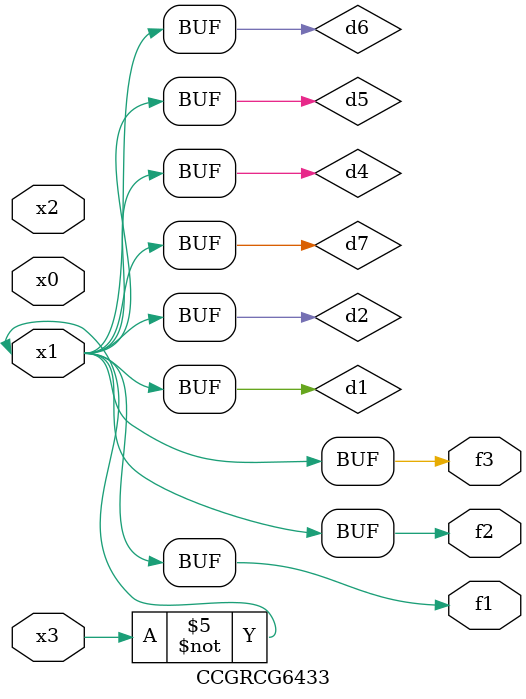
<source format=v>
module CCGRCG6433(
	input x0, x1, x2, x3,
	output f1, f2, f3
);

	wire d1, d2, d3, d4, d5, d6, d7;

	not (d1, x3);
	buf (d2, x1);
	xnor (d3, d1, d2);
	nor (d4, d1);
	buf (d5, d1, d2);
	buf (d6, d4, d5);
	nand (d7, d4);
	assign f1 = d6;
	assign f2 = d7;
	assign f3 = d6;
endmodule

</source>
